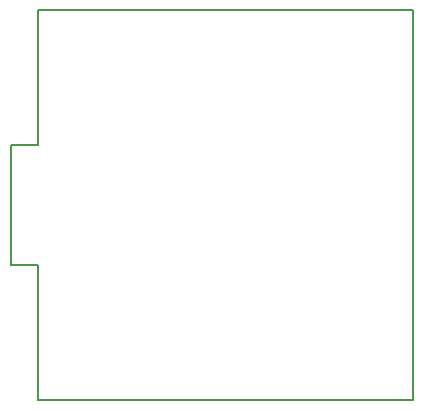
<source format=gm1>
G04 #@! TF.FileFunction,Profile,NP*
%FSLAX46Y46*%
G04 Gerber Fmt 4.6, Leading zero omitted, Abs format (unit mm)*
G04 Created by KiCad (PCBNEW 4.0.1-stable) date 4/23/2016 10:29:46 PM*
%MOMM*%
G01*
G04 APERTURE LIST*
%ADD10C,0.150000*%
G04 APERTURE END LIST*
D10*
X128530000Y-114300000D02*
X130810000Y-114300000D01*
X128525400Y-104140000D02*
X128525400Y-114300000D01*
X130810000Y-104140000D02*
X128530000Y-104140000D01*
X162560000Y-92710000D02*
X130810000Y-92710000D01*
X162560000Y-125730000D02*
X162560000Y-92710000D01*
X130810000Y-125730000D02*
X162560000Y-125730000D01*
X130810000Y-114300000D02*
X130810000Y-125730000D01*
X130810000Y-92710000D02*
X130810000Y-104140000D01*
M02*

</source>
